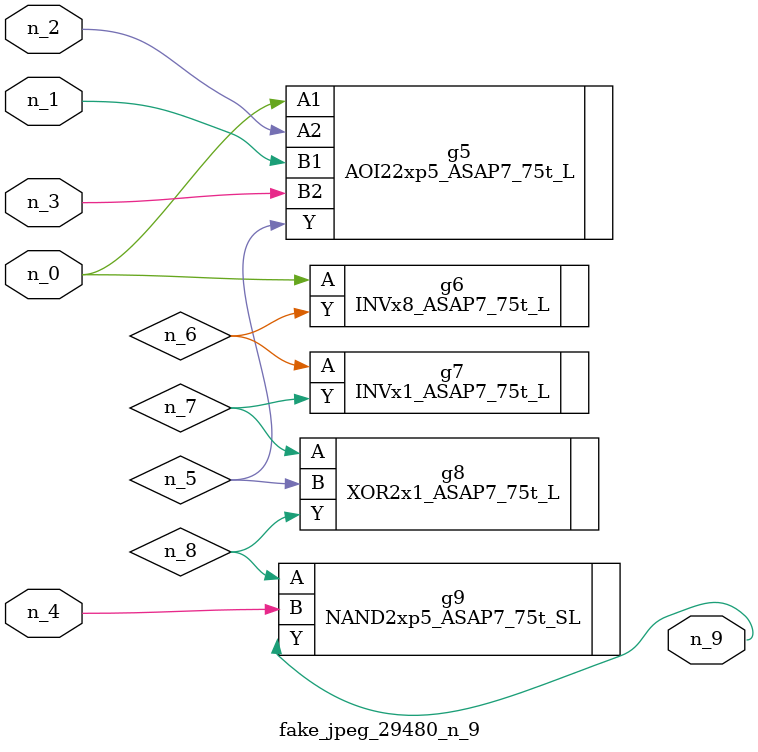
<source format=v>
module fake_jpeg_29480_n_9 (n_3, n_2, n_1, n_0, n_4, n_9);

input n_3;
input n_2;
input n_1;
input n_0;
input n_4;

output n_9;

wire n_8;
wire n_6;
wire n_5;
wire n_7;

AOI22xp5_ASAP7_75t_L g5 ( 
.A1(n_0),
.A2(n_2),
.B1(n_1),
.B2(n_3),
.Y(n_5)
);

INVx8_ASAP7_75t_L g6 ( 
.A(n_0),
.Y(n_6)
);

INVx1_ASAP7_75t_L g7 ( 
.A(n_6),
.Y(n_7)
);

XOR2x1_ASAP7_75t_L g8 ( 
.A(n_7),
.B(n_5),
.Y(n_8)
);

NAND2xp5_ASAP7_75t_SL g9 ( 
.A(n_8),
.B(n_4),
.Y(n_9)
);


endmodule
</source>
